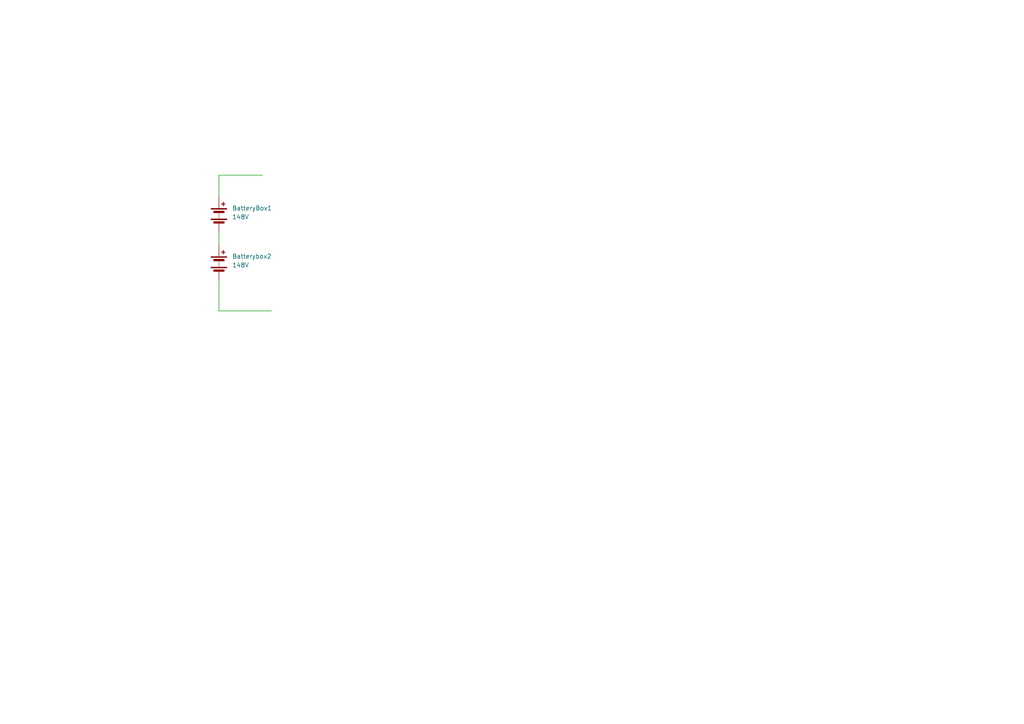
<source format=kicad_sch>
(kicad_sch (version 20230121) (generator eeschema)
  (paper "A4")
  (lib_symbols
    (symbol "Device:Battery" (pin_numbers hide) (pin_names (offset 0) hide)
      (property "Reference" "BT" (at 2.54 2.54 0))
      (property "Value" "Battery" (at 2.54 0 0))
      (symbol "Battery_0_1"
        (rectangle (start -2.286 -1.27) (end 2.286 -1.524) (fill (type outline)))
        (rectangle (start -2.286 1.778) (end 2.286 1.524) (fill (type outline)))
        (rectangle (start -1.524 -2.032) (end 1.524 -2.54) (fill (type outline)))
        (rectangle (start -1.524 1.016) (end 1.524 0.508) (fill (type outline)))
        (polyline (pts (xy 0 -1.016) (xy 0 -0.762)))
        (polyline (pts (xy 0 -0.508) (xy 0 -0.254)))
        (polyline (pts (xy 0 0) (xy 0 0.254)))
        (polyline (pts (xy 0 1.778) (xy 0 2.54)))
        (polyline (pts (xy 0.762 3.048) (xy 1.778 3.048)) (stroke (width 0.254)))
        (polyline (pts (xy 1.27 3.556) (xy 1.27 2.54)) (stroke (width 0.254)))
      )
      (symbol "Battery_1_1"
        (pin passive line (at 0 5.08 270) (length 2.54) (name "+") (number "1"))
        (pin passive line (at 0 -5.08 90) (length 2.54) (name "-") (number "2"))
      )
    )
  )
  (wire (pts (xy 63.5 90.17) (xy 78.74 90.17)))
  (wire (pts (xy 63.5 57.15) (xy 63.5 50.8)))
  (wire (pts (xy 63.5 81.28) (xy 63.5 90.17)))
  (wire (pts (xy 63.5 50.8) (xy 76.2 50.8)))
  (wire (pts (xy 63.5 67.31) (xy 63.5 71.12)))
  (symbol (lib_id "Device:Battery") (at 63.5 76.2 0) (unit 1)
    (property "Reference" "Batterybox2" (at 67.31 74.3585 0) (effects (justify left)))
    (property "Value" "148V" (at 67.31 76.8985 0) (effects (justify left)))
  )
  (symbol (lib_id "Device:Battery") (at 63.5 62.23 0) (unit 1)
    (property "Reference" "BatteryBox1" (at 67.31 60.3885 0) (effects (justify left)))
    (property "Value" "148V" (at 67.31 62.9285 0) (effects (justify left)))
  )
)
</source>
